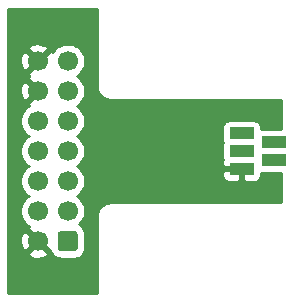
<source format=gbl>
G04 #@! TF.GenerationSoftware,KiCad,Pcbnew,(5.1.9-0-10_14)*
G04 #@! TF.CreationDate,2021-04-11T20:09:15+09:00*
G04 #@! TF.ProjectId,RL78DebugConnector,524c3738-4465-4627-9567-436f6e6e6563,V1.0*
G04 #@! TF.SameCoordinates,Original*
G04 #@! TF.FileFunction,Copper,L2,Bot*
G04 #@! TF.FilePolarity,Positive*
%FSLAX46Y46*%
G04 Gerber Fmt 4.6, Leading zero omitted, Abs format (unit mm)*
G04 Created by KiCad (PCBNEW (5.1.9-0-10_14)) date 2021-04-11 20:09:15*
%MOMM*%
%LPD*%
G01*
G04 APERTURE LIST*
G04 #@! TA.AperFunction,ComponentPad*
%ADD10R,2.000000X1.000000*%
G04 #@! TD*
G04 #@! TA.AperFunction,ComponentPad*
%ADD11C,1.700000*%
G04 #@! TD*
G04 #@! TA.AperFunction,ViaPad*
%ADD12C,0.609600*%
G04 #@! TD*
G04 #@! TA.AperFunction,Conductor*
%ADD13C,0.304800*%
G04 #@! TD*
G04 #@! TA.AperFunction,Conductor*
%ADD14C,0.254000*%
G04 #@! TD*
G04 #@! TA.AperFunction,Conductor*
%ADD15C,0.100000*%
G04 #@! TD*
G04 APERTURE END LIST*
D10*
X6000000Y1500000D03*
X8700000Y750000D03*
X6000000Y0D03*
X8700000Y-750000D03*
X6000000Y-1500000D03*
G04 #@! TA.AperFunction,ComponentPad*
G36*
G01*
X-7880000Y-7020000D02*
X-7880000Y-8220000D01*
G75*
G02*
X-8130000Y-8470000I-250000J0D01*
G01*
X-9330000Y-8470000D01*
G75*
G02*
X-9580000Y-8220000I0J250000D01*
G01*
X-9580000Y-7020000D01*
G75*
G02*
X-9330000Y-6770000I250000J0D01*
G01*
X-8130000Y-6770000D01*
G75*
G02*
X-7880000Y-7020000I0J-250000D01*
G01*
G37*
G04 #@! TD.AperFunction*
D11*
X-8730000Y-5080000D03*
X-8730000Y-2540000D03*
X-8730000Y0D03*
X-8730000Y2540000D03*
X-8730000Y5080000D03*
X-8730000Y7620000D03*
X-11270000Y-7620000D03*
X-11270000Y-5080000D03*
X-11270000Y-2540000D03*
X-11270000Y0D03*
X-11270000Y2540000D03*
X-11270000Y5080000D03*
X-11270000Y7620000D03*
D12*
X-500000Y0D03*
D13*
X1000000Y-1500000D02*
X-500000Y0D01*
X6000000Y-1500000D02*
X1000000Y-1500000D01*
D14*
X-6260000Y5467582D02*
X-6257251Y5439672D01*
X-6257272Y5436692D01*
X-6256373Y5427521D01*
X-6251309Y5379337D01*
X-6250450Y5370618D01*
X-6250362Y5370327D01*
X-6246173Y5330473D01*
X-6234139Y5271848D01*
X-6222936Y5213116D01*
X-6220272Y5204294D01*
X-6191416Y5111075D01*
X-6168233Y5055925D01*
X-6145825Y5000463D01*
X-6141498Y4992327D01*
X-6095086Y4906489D01*
X-6061638Y4856902D01*
X-6028881Y4806844D01*
X-6023057Y4799703D01*
X-5960855Y4724514D01*
X-5918406Y4682361D01*
X-5876561Y4639629D01*
X-5869460Y4633755D01*
X-5793840Y4572079D01*
X-5743975Y4538948D01*
X-5694650Y4505175D01*
X-5686555Y4500798D01*
X-5686552Y4500796D01*
X-5686549Y4500795D01*
X-5686544Y4500792D01*
X-5600383Y4454980D01*
X-5545091Y4432191D01*
X-5490102Y4408622D01*
X-5481299Y4405897D01*
X-5387881Y4377692D01*
X-5329174Y4366067D01*
X-5270684Y4353635D01*
X-5261530Y4352673D01*
X-5261524Y4352672D01*
X-5261519Y4352672D01*
X-5164402Y4343150D01*
X-5132419Y4340000D01*
X9340000Y4340000D01*
X9340000Y1888072D01*
X7700000Y1888072D01*
X7638072Y1881973D01*
X7638072Y2000000D01*
X7625812Y2124482D01*
X7589502Y2244180D01*
X7530537Y2354494D01*
X7451185Y2451185D01*
X7354494Y2530537D01*
X7244180Y2589502D01*
X7124482Y2625812D01*
X7000000Y2638072D01*
X5000000Y2638072D01*
X4875518Y2625812D01*
X4755820Y2589502D01*
X4645506Y2530537D01*
X4548815Y2451185D01*
X4469463Y2354494D01*
X4410498Y2244180D01*
X4374188Y2124482D01*
X4361928Y2000000D01*
X4361928Y1000000D01*
X4374188Y875518D01*
X4410498Y755820D01*
X4413609Y750000D01*
X4410498Y744180D01*
X4374188Y624482D01*
X4361928Y500000D01*
X4361928Y-500000D01*
X4374188Y-624482D01*
X4410498Y-744180D01*
X4413609Y-750000D01*
X4410498Y-755820D01*
X4374188Y-875518D01*
X4361928Y-1000000D01*
X4365000Y-1214250D01*
X4523750Y-1373000D01*
X5873000Y-1373000D01*
X5873000Y-1353000D01*
X6127000Y-1353000D01*
X6127000Y-1373000D01*
X6147000Y-1373000D01*
X6147000Y-1627000D01*
X6127000Y-1627000D01*
X6127000Y-2476250D01*
X6285750Y-2635000D01*
X7000000Y-2638072D01*
X7124482Y-2625812D01*
X7244180Y-2589502D01*
X7354494Y-2530537D01*
X7451185Y-2451185D01*
X7530537Y-2354494D01*
X7589502Y-2244180D01*
X7625812Y-2124482D01*
X7638072Y-2000000D01*
X7636377Y-1881806D01*
X7700000Y-1888072D01*
X9340001Y-1888072D01*
X9340001Y-4340000D01*
X-5132419Y-4340000D01*
X-5160329Y-4342749D01*
X-5163307Y-4342728D01*
X-5172478Y-4343627D01*
X-5220640Y-4348689D01*
X-5229383Y-4349550D01*
X-5229675Y-4349638D01*
X-5269527Y-4353827D01*
X-5328146Y-4365860D01*
X-5386884Y-4377064D01*
X-5395706Y-4379728D01*
X-5488925Y-4408584D01*
X-5544063Y-4431762D01*
X-5599537Y-4454175D01*
X-5607666Y-4458498D01*
X-5607670Y-4458500D01*
X-5607673Y-4458502D01*
X-5693511Y-4504915D01*
X-5743087Y-4538355D01*
X-5793156Y-4571119D01*
X-5800297Y-4576943D01*
X-5875486Y-4639145D01*
X-5917639Y-4681594D01*
X-5960371Y-4723439D01*
X-5966245Y-4730540D01*
X-6027921Y-4806161D01*
X-6061012Y-4855966D01*
X-6094826Y-4905350D01*
X-6099208Y-4913456D01*
X-6145020Y-4999617D01*
X-6167809Y-5054909D01*
X-6191378Y-5109898D01*
X-6194103Y-5118701D01*
X-6222308Y-5212119D01*
X-6233933Y-5270826D01*
X-6246365Y-5329316D01*
X-6247327Y-5338470D01*
X-6247328Y-5338476D01*
X-6247328Y-5338481D01*
X-6256850Y-5435598D01*
X-6256850Y-5435608D01*
X-6259999Y-5467581D01*
X-6260000Y-12040000D01*
X-13740000Y-12040000D01*
X-13740000Y-8648397D01*
X-12118792Y-8648397D01*
X-12041157Y-8897472D01*
X-11777117Y-9023371D01*
X-11493589Y-9095339D01*
X-11201469Y-9110611D01*
X-10911981Y-9068599D01*
X-10636253Y-8970919D01*
X-10498843Y-8897472D01*
X-10421208Y-8648397D01*
X-11270000Y-7799605D01*
X-12118792Y-8648397D01*
X-13740000Y-8648397D01*
X-13740000Y-7688531D01*
X-12760611Y-7688531D01*
X-12718599Y-7978019D01*
X-12620919Y-8253747D01*
X-12547472Y-8391157D01*
X-12298397Y-8468792D01*
X-11449605Y-7620000D01*
X-12298397Y-6771208D01*
X-12547472Y-6848843D01*
X-12673371Y-7112883D01*
X-12745339Y-7396411D01*
X-12760611Y-7688531D01*
X-13740000Y-7688531D01*
X-13740000Y2686260D01*
X-12755000Y2686260D01*
X-12755000Y2393740D01*
X-12697932Y2106842D01*
X-12585990Y1836589D01*
X-12423475Y1593368D01*
X-12216632Y1386525D01*
X-12042240Y1270000D01*
X-12216632Y1153475D01*
X-12423475Y946632D01*
X-12585990Y703411D01*
X-12697932Y433158D01*
X-12755000Y146260D01*
X-12755000Y-146260D01*
X-12697932Y-433158D01*
X-12585990Y-703411D01*
X-12423475Y-946632D01*
X-12216632Y-1153475D01*
X-12042240Y-1270000D01*
X-12216632Y-1386525D01*
X-12423475Y-1593368D01*
X-12585990Y-1836589D01*
X-12697932Y-2106842D01*
X-12755000Y-2393740D01*
X-12755000Y-2686260D01*
X-12697932Y-2973158D01*
X-12585990Y-3243411D01*
X-12423475Y-3486632D01*
X-12216632Y-3693475D01*
X-12042240Y-3810000D01*
X-12216632Y-3926525D01*
X-12423475Y-4133368D01*
X-12585990Y-4376589D01*
X-12697932Y-4646842D01*
X-12755000Y-4933740D01*
X-12755000Y-5226260D01*
X-12697932Y-5513158D01*
X-12585990Y-5783411D01*
X-12423475Y-6026632D01*
X-12216632Y-6233475D01*
X-12043271Y-6349311D01*
X-12118792Y-6591603D01*
X-11270000Y-7440395D01*
X-11255858Y-7426253D01*
X-11076253Y-7605858D01*
X-11090395Y-7620000D01*
X-10241603Y-8468792D01*
X-10183580Y-8450707D01*
X-10150472Y-8559850D01*
X-10068405Y-8713386D01*
X-9957962Y-8847962D01*
X-9823386Y-8958405D01*
X-9669850Y-9040472D01*
X-9503254Y-9091008D01*
X-9330000Y-9108072D01*
X-8130000Y-9108072D01*
X-7956746Y-9091008D01*
X-7790150Y-9040472D01*
X-7636614Y-8958405D01*
X-7502038Y-8847962D01*
X-7391595Y-8713386D01*
X-7309528Y-8559850D01*
X-7258992Y-8393254D01*
X-7241928Y-8220000D01*
X-7241928Y-7020000D01*
X-7258992Y-6846746D01*
X-7309528Y-6680150D01*
X-7391595Y-6526614D01*
X-7502038Y-6392038D01*
X-7636614Y-6281595D01*
X-7763608Y-6213715D01*
X-7576525Y-6026632D01*
X-7414010Y-5783411D01*
X-7302068Y-5513158D01*
X-7245000Y-5226260D01*
X-7245000Y-4933740D01*
X-7302068Y-4646842D01*
X-7414010Y-4376589D01*
X-7576525Y-4133368D01*
X-7783368Y-3926525D01*
X-7957760Y-3810000D01*
X-7783368Y-3693475D01*
X-7576525Y-3486632D01*
X-7414010Y-3243411D01*
X-7302068Y-2973158D01*
X-7245000Y-2686260D01*
X-7245000Y-2393740D01*
X-7302068Y-2106842D01*
X-7346323Y-2000000D01*
X4361928Y-2000000D01*
X4374188Y-2124482D01*
X4410498Y-2244180D01*
X4469463Y-2354494D01*
X4548815Y-2451185D01*
X4645506Y-2530537D01*
X4755820Y-2589502D01*
X4875518Y-2625812D01*
X5000000Y-2638072D01*
X5714250Y-2635000D01*
X5873000Y-2476250D01*
X5873000Y-1627000D01*
X4523750Y-1627000D01*
X4365000Y-1785750D01*
X4361928Y-2000000D01*
X-7346323Y-2000000D01*
X-7414010Y-1836589D01*
X-7576525Y-1593368D01*
X-7783368Y-1386525D01*
X-7957760Y-1270000D01*
X-7783368Y-1153475D01*
X-7576525Y-946632D01*
X-7414010Y-703411D01*
X-7302068Y-433158D01*
X-7245000Y-146260D01*
X-7245000Y146260D01*
X-7302068Y433158D01*
X-7414010Y703411D01*
X-7576525Y946632D01*
X-7783368Y1153475D01*
X-7957760Y1270000D01*
X-7783368Y1386525D01*
X-7576525Y1593368D01*
X-7414010Y1836589D01*
X-7302068Y2106842D01*
X-7245000Y2393740D01*
X-7245000Y2686260D01*
X-7302068Y2973158D01*
X-7414010Y3243411D01*
X-7576525Y3486632D01*
X-7783368Y3693475D01*
X-7957760Y3810000D01*
X-7783368Y3926525D01*
X-7576525Y4133368D01*
X-7414010Y4376589D01*
X-7302068Y4646842D01*
X-7245000Y4933740D01*
X-7245000Y5226260D01*
X-7302068Y5513158D01*
X-7414010Y5783411D01*
X-7576525Y6026632D01*
X-7783368Y6233475D01*
X-7957760Y6350000D01*
X-7783368Y6466525D01*
X-7576525Y6673368D01*
X-7414010Y6916589D01*
X-7302068Y7186842D01*
X-7245000Y7473740D01*
X-7245000Y7766260D01*
X-7302068Y8053158D01*
X-7414010Y8323411D01*
X-7576525Y8566632D01*
X-7783368Y8773475D01*
X-8026589Y8935990D01*
X-8296842Y9047932D01*
X-8583740Y9105000D01*
X-8876260Y9105000D01*
X-9163158Y9047932D01*
X-9433411Y8935990D01*
X-9676632Y8773475D01*
X-9883475Y8566632D01*
X-9999311Y8393271D01*
X-10241603Y8468792D01*
X-11090395Y7620000D01*
X-11076253Y7605858D01*
X-11255858Y7426253D01*
X-11270000Y7440395D01*
X-12118792Y6591603D01*
X-12043486Y6350000D01*
X-12118792Y6108397D01*
X-11270000Y5259605D01*
X-11255858Y5273748D01*
X-11127000Y5144890D01*
X-11127000Y5015110D01*
X-11255858Y4886253D01*
X-11270000Y4900395D01*
X-12118792Y4051603D01*
X-12043271Y3809311D01*
X-12216632Y3693475D01*
X-12423475Y3486632D01*
X-12585990Y3243411D01*
X-12697932Y2973158D01*
X-12755000Y2686260D01*
X-13740000Y2686260D01*
X-13740000Y5011469D01*
X-12760611Y5011469D01*
X-12718599Y4721981D01*
X-12620919Y4446253D01*
X-12547472Y4308843D01*
X-12298397Y4231208D01*
X-11449605Y5080000D01*
X-12298397Y5928792D01*
X-12547472Y5851157D01*
X-12673371Y5587117D01*
X-12745339Y5303589D01*
X-12760611Y5011469D01*
X-13740000Y5011469D01*
X-13740000Y7551469D01*
X-12760611Y7551469D01*
X-12718599Y7261981D01*
X-12620919Y6986253D01*
X-12547472Y6848843D01*
X-12298397Y6771208D01*
X-11449605Y7620000D01*
X-12298397Y8468792D01*
X-12547472Y8391157D01*
X-12673371Y8127117D01*
X-12745339Y7843589D01*
X-12760611Y7551469D01*
X-13740000Y7551469D01*
X-13740000Y8648397D01*
X-12118792Y8648397D01*
X-11270000Y7799605D01*
X-10421208Y8648397D01*
X-10498843Y8897472D01*
X-10762883Y9023371D01*
X-11046411Y9095339D01*
X-11338531Y9110611D01*
X-11628019Y9068599D01*
X-11903747Y8970919D01*
X-12041157Y8897472D01*
X-12118792Y8648397D01*
X-13740000Y8648397D01*
X-13740000Y12040000D01*
X-6259999Y12040000D01*
X-6260000Y5467582D01*
G04 #@! TA.AperFunction,Conductor*
D15*
G36*
X-6260000Y5467582D02*
G01*
X-6257251Y5439672D01*
X-6257272Y5436692D01*
X-6256373Y5427521D01*
X-6251309Y5379337D01*
X-6250450Y5370618D01*
X-6250362Y5370327D01*
X-6246173Y5330473D01*
X-6234139Y5271848D01*
X-6222936Y5213116D01*
X-6220272Y5204294D01*
X-6191416Y5111075D01*
X-6168233Y5055925D01*
X-6145825Y5000463D01*
X-6141498Y4992327D01*
X-6095086Y4906489D01*
X-6061638Y4856902D01*
X-6028881Y4806844D01*
X-6023057Y4799703D01*
X-5960855Y4724514D01*
X-5918406Y4682361D01*
X-5876561Y4639629D01*
X-5869460Y4633755D01*
X-5793840Y4572079D01*
X-5743975Y4538948D01*
X-5694650Y4505175D01*
X-5686555Y4500798D01*
X-5686552Y4500796D01*
X-5686549Y4500795D01*
X-5686544Y4500792D01*
X-5600383Y4454980D01*
X-5545091Y4432191D01*
X-5490102Y4408622D01*
X-5481299Y4405897D01*
X-5387881Y4377692D01*
X-5329174Y4366067D01*
X-5270684Y4353635D01*
X-5261530Y4352673D01*
X-5261524Y4352672D01*
X-5261519Y4352672D01*
X-5164402Y4343150D01*
X-5132419Y4340000D01*
X9340000Y4340000D01*
X9340000Y1888072D01*
X7700000Y1888072D01*
X7638072Y1881973D01*
X7638072Y2000000D01*
X7625812Y2124482D01*
X7589502Y2244180D01*
X7530537Y2354494D01*
X7451185Y2451185D01*
X7354494Y2530537D01*
X7244180Y2589502D01*
X7124482Y2625812D01*
X7000000Y2638072D01*
X5000000Y2638072D01*
X4875518Y2625812D01*
X4755820Y2589502D01*
X4645506Y2530537D01*
X4548815Y2451185D01*
X4469463Y2354494D01*
X4410498Y2244180D01*
X4374188Y2124482D01*
X4361928Y2000000D01*
X4361928Y1000000D01*
X4374188Y875518D01*
X4410498Y755820D01*
X4413609Y750000D01*
X4410498Y744180D01*
X4374188Y624482D01*
X4361928Y500000D01*
X4361928Y-500000D01*
X4374188Y-624482D01*
X4410498Y-744180D01*
X4413609Y-750000D01*
X4410498Y-755820D01*
X4374188Y-875518D01*
X4361928Y-1000000D01*
X4365000Y-1214250D01*
X4523750Y-1373000D01*
X5873000Y-1373000D01*
X5873000Y-1353000D01*
X6127000Y-1353000D01*
X6127000Y-1373000D01*
X6147000Y-1373000D01*
X6147000Y-1627000D01*
X6127000Y-1627000D01*
X6127000Y-2476250D01*
X6285750Y-2635000D01*
X7000000Y-2638072D01*
X7124482Y-2625812D01*
X7244180Y-2589502D01*
X7354494Y-2530537D01*
X7451185Y-2451185D01*
X7530537Y-2354494D01*
X7589502Y-2244180D01*
X7625812Y-2124482D01*
X7638072Y-2000000D01*
X7636377Y-1881806D01*
X7700000Y-1888072D01*
X9340001Y-1888072D01*
X9340001Y-4340000D01*
X-5132419Y-4340000D01*
X-5160329Y-4342749D01*
X-5163307Y-4342728D01*
X-5172478Y-4343627D01*
X-5220640Y-4348689D01*
X-5229383Y-4349550D01*
X-5229675Y-4349638D01*
X-5269527Y-4353827D01*
X-5328146Y-4365860D01*
X-5386884Y-4377064D01*
X-5395706Y-4379728D01*
X-5488925Y-4408584D01*
X-5544063Y-4431762D01*
X-5599537Y-4454175D01*
X-5607666Y-4458498D01*
X-5607670Y-4458500D01*
X-5607673Y-4458502D01*
X-5693511Y-4504915D01*
X-5743087Y-4538355D01*
X-5793156Y-4571119D01*
X-5800297Y-4576943D01*
X-5875486Y-4639145D01*
X-5917639Y-4681594D01*
X-5960371Y-4723439D01*
X-5966245Y-4730540D01*
X-6027921Y-4806161D01*
X-6061012Y-4855966D01*
X-6094826Y-4905350D01*
X-6099208Y-4913456D01*
X-6145020Y-4999617D01*
X-6167809Y-5054909D01*
X-6191378Y-5109898D01*
X-6194103Y-5118701D01*
X-6222308Y-5212119D01*
X-6233933Y-5270826D01*
X-6246365Y-5329316D01*
X-6247327Y-5338470D01*
X-6247328Y-5338476D01*
X-6247328Y-5338481D01*
X-6256850Y-5435598D01*
X-6256850Y-5435608D01*
X-6259999Y-5467581D01*
X-6260000Y-12040000D01*
X-13740000Y-12040000D01*
X-13740000Y-8648397D01*
X-12118792Y-8648397D01*
X-12041157Y-8897472D01*
X-11777117Y-9023371D01*
X-11493589Y-9095339D01*
X-11201469Y-9110611D01*
X-10911981Y-9068599D01*
X-10636253Y-8970919D01*
X-10498843Y-8897472D01*
X-10421208Y-8648397D01*
X-11270000Y-7799605D01*
X-12118792Y-8648397D01*
X-13740000Y-8648397D01*
X-13740000Y-7688531D01*
X-12760611Y-7688531D01*
X-12718599Y-7978019D01*
X-12620919Y-8253747D01*
X-12547472Y-8391157D01*
X-12298397Y-8468792D01*
X-11449605Y-7620000D01*
X-12298397Y-6771208D01*
X-12547472Y-6848843D01*
X-12673371Y-7112883D01*
X-12745339Y-7396411D01*
X-12760611Y-7688531D01*
X-13740000Y-7688531D01*
X-13740000Y2686260D01*
X-12755000Y2686260D01*
X-12755000Y2393740D01*
X-12697932Y2106842D01*
X-12585990Y1836589D01*
X-12423475Y1593368D01*
X-12216632Y1386525D01*
X-12042240Y1270000D01*
X-12216632Y1153475D01*
X-12423475Y946632D01*
X-12585990Y703411D01*
X-12697932Y433158D01*
X-12755000Y146260D01*
X-12755000Y-146260D01*
X-12697932Y-433158D01*
X-12585990Y-703411D01*
X-12423475Y-946632D01*
X-12216632Y-1153475D01*
X-12042240Y-1270000D01*
X-12216632Y-1386525D01*
X-12423475Y-1593368D01*
X-12585990Y-1836589D01*
X-12697932Y-2106842D01*
X-12755000Y-2393740D01*
X-12755000Y-2686260D01*
X-12697932Y-2973158D01*
X-12585990Y-3243411D01*
X-12423475Y-3486632D01*
X-12216632Y-3693475D01*
X-12042240Y-3810000D01*
X-12216632Y-3926525D01*
X-12423475Y-4133368D01*
X-12585990Y-4376589D01*
X-12697932Y-4646842D01*
X-12755000Y-4933740D01*
X-12755000Y-5226260D01*
X-12697932Y-5513158D01*
X-12585990Y-5783411D01*
X-12423475Y-6026632D01*
X-12216632Y-6233475D01*
X-12043271Y-6349311D01*
X-12118792Y-6591603D01*
X-11270000Y-7440395D01*
X-11255858Y-7426253D01*
X-11076253Y-7605858D01*
X-11090395Y-7620000D01*
X-10241603Y-8468792D01*
X-10183580Y-8450707D01*
X-10150472Y-8559850D01*
X-10068405Y-8713386D01*
X-9957962Y-8847962D01*
X-9823386Y-8958405D01*
X-9669850Y-9040472D01*
X-9503254Y-9091008D01*
X-9330000Y-9108072D01*
X-8130000Y-9108072D01*
X-7956746Y-9091008D01*
X-7790150Y-9040472D01*
X-7636614Y-8958405D01*
X-7502038Y-8847962D01*
X-7391595Y-8713386D01*
X-7309528Y-8559850D01*
X-7258992Y-8393254D01*
X-7241928Y-8220000D01*
X-7241928Y-7020000D01*
X-7258992Y-6846746D01*
X-7309528Y-6680150D01*
X-7391595Y-6526614D01*
X-7502038Y-6392038D01*
X-7636614Y-6281595D01*
X-7763608Y-6213715D01*
X-7576525Y-6026632D01*
X-7414010Y-5783411D01*
X-7302068Y-5513158D01*
X-7245000Y-5226260D01*
X-7245000Y-4933740D01*
X-7302068Y-4646842D01*
X-7414010Y-4376589D01*
X-7576525Y-4133368D01*
X-7783368Y-3926525D01*
X-7957760Y-3810000D01*
X-7783368Y-3693475D01*
X-7576525Y-3486632D01*
X-7414010Y-3243411D01*
X-7302068Y-2973158D01*
X-7245000Y-2686260D01*
X-7245000Y-2393740D01*
X-7302068Y-2106842D01*
X-7346323Y-2000000D01*
X4361928Y-2000000D01*
X4374188Y-2124482D01*
X4410498Y-2244180D01*
X4469463Y-2354494D01*
X4548815Y-2451185D01*
X4645506Y-2530537D01*
X4755820Y-2589502D01*
X4875518Y-2625812D01*
X5000000Y-2638072D01*
X5714250Y-2635000D01*
X5873000Y-2476250D01*
X5873000Y-1627000D01*
X4523750Y-1627000D01*
X4365000Y-1785750D01*
X4361928Y-2000000D01*
X-7346323Y-2000000D01*
X-7414010Y-1836589D01*
X-7576525Y-1593368D01*
X-7783368Y-1386525D01*
X-7957760Y-1270000D01*
X-7783368Y-1153475D01*
X-7576525Y-946632D01*
X-7414010Y-703411D01*
X-7302068Y-433158D01*
X-7245000Y-146260D01*
X-7245000Y146260D01*
X-7302068Y433158D01*
X-7414010Y703411D01*
X-7576525Y946632D01*
X-7783368Y1153475D01*
X-7957760Y1270000D01*
X-7783368Y1386525D01*
X-7576525Y1593368D01*
X-7414010Y1836589D01*
X-7302068Y2106842D01*
X-7245000Y2393740D01*
X-7245000Y2686260D01*
X-7302068Y2973158D01*
X-7414010Y3243411D01*
X-7576525Y3486632D01*
X-7783368Y3693475D01*
X-7957760Y3810000D01*
X-7783368Y3926525D01*
X-7576525Y4133368D01*
X-7414010Y4376589D01*
X-7302068Y4646842D01*
X-7245000Y4933740D01*
X-7245000Y5226260D01*
X-7302068Y5513158D01*
X-7414010Y5783411D01*
X-7576525Y6026632D01*
X-7783368Y6233475D01*
X-7957760Y6350000D01*
X-7783368Y6466525D01*
X-7576525Y6673368D01*
X-7414010Y6916589D01*
X-7302068Y7186842D01*
X-7245000Y7473740D01*
X-7245000Y7766260D01*
X-7302068Y8053158D01*
X-7414010Y8323411D01*
X-7576525Y8566632D01*
X-7783368Y8773475D01*
X-8026589Y8935990D01*
X-8296842Y9047932D01*
X-8583740Y9105000D01*
X-8876260Y9105000D01*
X-9163158Y9047932D01*
X-9433411Y8935990D01*
X-9676632Y8773475D01*
X-9883475Y8566632D01*
X-9999311Y8393271D01*
X-10241603Y8468792D01*
X-11090395Y7620000D01*
X-11076253Y7605858D01*
X-11255858Y7426253D01*
X-11270000Y7440395D01*
X-12118792Y6591603D01*
X-12043486Y6350000D01*
X-12118792Y6108397D01*
X-11270000Y5259605D01*
X-11255858Y5273748D01*
X-11127000Y5144890D01*
X-11127000Y5015110D01*
X-11255858Y4886253D01*
X-11270000Y4900395D01*
X-12118792Y4051603D01*
X-12043271Y3809311D01*
X-12216632Y3693475D01*
X-12423475Y3486632D01*
X-12585990Y3243411D01*
X-12697932Y2973158D01*
X-12755000Y2686260D01*
X-13740000Y2686260D01*
X-13740000Y5011469D01*
X-12760611Y5011469D01*
X-12718599Y4721981D01*
X-12620919Y4446253D01*
X-12547472Y4308843D01*
X-12298397Y4231208D01*
X-11449605Y5080000D01*
X-12298397Y5928792D01*
X-12547472Y5851157D01*
X-12673371Y5587117D01*
X-12745339Y5303589D01*
X-12760611Y5011469D01*
X-13740000Y5011469D01*
X-13740000Y7551469D01*
X-12760611Y7551469D01*
X-12718599Y7261981D01*
X-12620919Y6986253D01*
X-12547472Y6848843D01*
X-12298397Y6771208D01*
X-11449605Y7620000D01*
X-12298397Y8468792D01*
X-12547472Y8391157D01*
X-12673371Y8127117D01*
X-12745339Y7843589D01*
X-12760611Y7551469D01*
X-13740000Y7551469D01*
X-13740000Y8648397D01*
X-12118792Y8648397D01*
X-11270000Y7799605D01*
X-10421208Y8648397D01*
X-10498843Y8897472D01*
X-10762883Y9023371D01*
X-11046411Y9095339D01*
X-11338531Y9110611D01*
X-11628019Y9068599D01*
X-11903747Y8970919D01*
X-12041157Y8897472D01*
X-12118792Y8648397D01*
X-13740000Y8648397D01*
X-13740000Y12040000D01*
X-6259999Y12040000D01*
X-6260000Y5467582D01*
G37*
G04 #@! TD.AperFunction*
M02*

</source>
